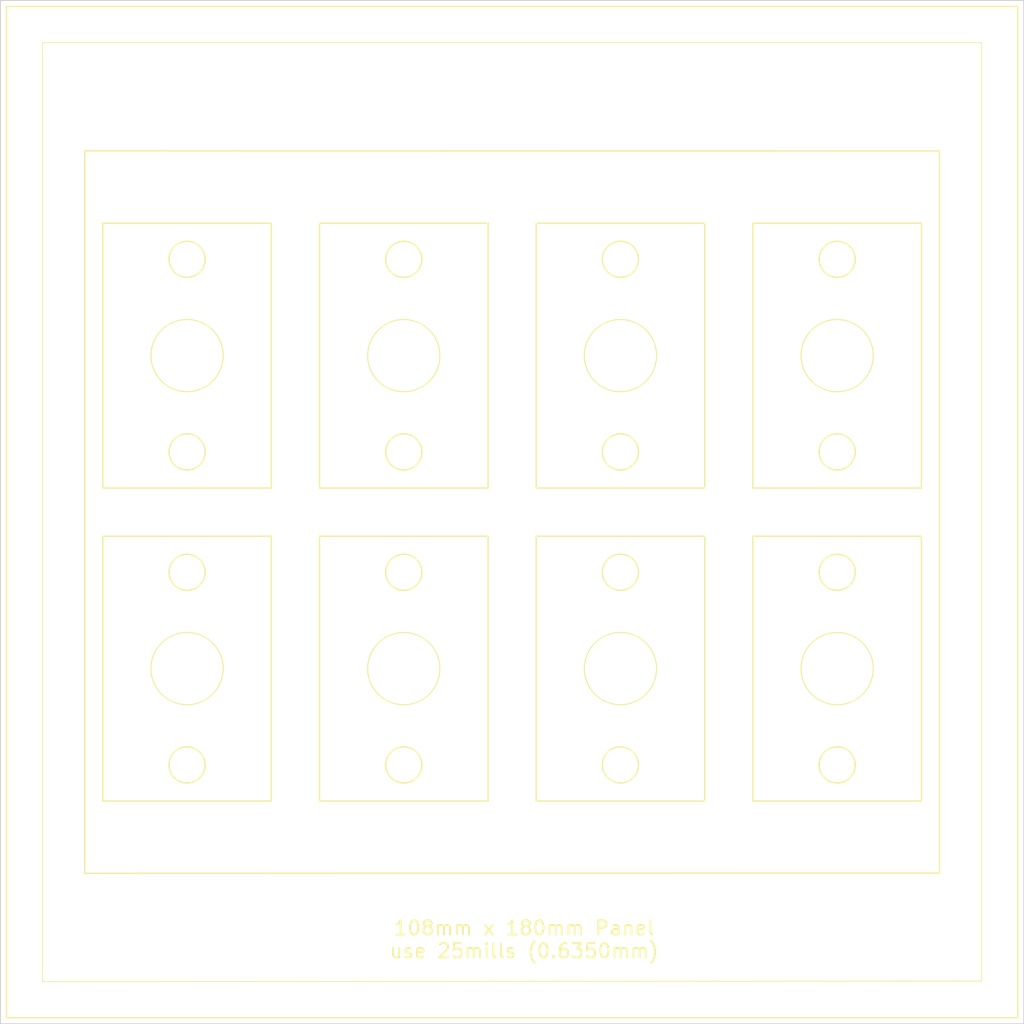
<source format=kicad_pcb>
(kicad_pcb (version 20171130) (host pcbnew "(5.1.10)-1")

  (general
    (thickness 1.6)
    (drawings 92)
    (tracks 0)
    (zones 0)
    (modules 32)
    (nets 1)
  )

  (page A4)
  (layers
    (0 F.Cu signal)
    (31 B.Cu signal)
    (32 B.Adhes user)
    (33 F.Adhes user)
    (34 B.Paste user)
    (35 F.Paste user)
    (36 B.SilkS user)
    (37 F.SilkS user)
    (38 B.Mask user)
    (39 F.Mask user)
    (40 Dwgs.User user hide)
    (41 Cmts.User user)
    (42 Eco1.User user)
    (43 Eco2.User user)
    (44 Edge.Cuts user)
    (45 Margin user)
    (46 B.CrtYd user)
    (47 F.CrtYd user)
    (48 B.Fab user)
    (49 F.Fab user)
  )

  (setup
    (last_trace_width 0.25)
    (trace_clearance 0.2)
    (zone_clearance 0.508)
    (zone_45_only no)
    (trace_min 0.2)
    (via_size 0.8)
    (via_drill 0.4)
    (via_min_size 0.4)
    (via_min_drill 0.3)
    (uvia_size 0.3)
    (uvia_drill 0.1)
    (uvias_allowed no)
    (uvia_min_size 0.2)
    (uvia_min_drill 0.1)
    (edge_width 0.1)
    (segment_width 0.2)
    (pcb_text_width 0.3)
    (pcb_text_size 1.5 1.5)
    (mod_edge_width 0.15)
    (mod_text_size 1 1)
    (mod_text_width 0.15)
    (pad_size 1.524 1.524)
    (pad_drill 0.762)
    (pad_to_mask_clearance 0)
    (aux_axis_origin 63.5 149.91)
    (grid_origin 63.5 149.91)
    (visible_elements 7FFFFFFF)
    (pcbplotparams
      (layerselection 0x010fc_ffffffff)
      (usegerberextensions false)
      (usegerberattributes true)
      (usegerberadvancedattributes true)
      (creategerberjobfile true)
      (excludeedgelayer true)
      (linewidth 0.100000)
      (plotframeref false)
      (viasonmask false)
      (mode 1)
      (useauxorigin false)
      (hpglpennumber 1)
      (hpglpenspeed 20)
      (hpglpendiameter 15.000000)
      (psnegative false)
      (psa4output false)
      (plotreference true)
      (plotvalue true)
      (plotinvisibletext false)
      (padsonsilk false)
      (subtractmaskfromsilk false)
      (outputformat 1)
      (mirror false)
      (drillshape 0)
      (scaleselection 1)
      (outputdirectory "gerberpannel-v2-sub/"))
  )

  (net 0 "")

  (net_class Default "This is the default net class."
    (clearance 0.2)
    (trace_width 0.25)
    (via_dia 0.8)
    (via_drill 0.4)
    (uvia_dia 0.3)
    (uvia_drill 0.1)
  )

  (module Mounting_Holes:MountingHole_3.2mm_M3 (layer F.Cu) (tedit 56D1B4CB) (tstamp 61866CA6)
    (at 128.905 122.605)
    (descr "Mounting Hole 3.2mm, no annular, M3")
    (tags "mounting hole 3.2mm no annular m3")
    (attr virtual)
    (fp_text reference REF** (at 0 -4.2) (layer F.SilkS) hide
      (effects (font (size 1 1) (thickness 0.15)))
    )
    (fp_text value MountingHole_3.2mm_M3 (at 0 4.2) (layer F.Fab)
      (effects (font (size 1 1) (thickness 0.15)))
    )
    (fp_circle (center 0 0) (end 3.45 0) (layer F.CrtYd) (width 0.05))
    (fp_circle (center 0 0) (end 3.2 0) (layer Cmts.User) (width 0.15))
    (fp_text user %R (at 0.3 0) (layer F.Fab)
      (effects (font (size 1 1) (thickness 0.15)))
    )
    (pad 1 np_thru_hole circle (at 0 0) (size 3.2 3.2) (drill 3.2) (layers *.Cu *.Mask))
  )

  (module Mounting_Holes:MountingHole_3.2mm_M3 (layer F.Cu) (tedit 56D1B4CB) (tstamp 61866C9F)
    (at 128.905 102.285)
    (descr "Mounting Hole 3.2mm, no annular, M3")
    (tags "mounting hole 3.2mm no annular m3")
    (attr virtual)
    (fp_text reference REF** (at 0 -4.2) (layer F.SilkS) hide
      (effects (font (size 1 1) (thickness 0.15)))
    )
    (fp_text value MountingHole_3.2mm_M3 (at 0 4.2) (layer F.Fab)
      (effects (font (size 1 1) (thickness 0.15)))
    )
    (fp_circle (center 0 0) (end 3.2 0) (layer Cmts.User) (width 0.15))
    (fp_circle (center 0 0) (end 3.45 0) (layer F.CrtYd) (width 0.05))
    (fp_text user %R (at 0.3 0) (layer F.Fab)
      (effects (font (size 1 1) (thickness 0.15)))
    )
    (pad 1 np_thru_hole circle (at 0 0) (size 3.2 3.2) (drill 3.2) (layers *.Cu *.Mask))
  )

  (module Sebs:6.35mm (layer F.Cu) (tedit 6135EBD8) (tstamp 61866C9A)
    (at 128.905 112.445)
    (fp_text reference REF** (at 0 -6.8) (layer F.SilkS) hide
      (effects (font (size 1 1) (thickness 0.15)))
    )
    (fp_text value 6.35mm (at 0 -5.4) (layer F.Fab)
      (effects (font (size 1 1) (thickness 0.15)))
    )
    (fp_circle (center 0 0) (end 3.81 0) (layer F.SilkS) (width 0.12))
    (pad "" np_thru_hole circle (at 0 0) (size 6.35 6.35) (drill 6.35) (layers *.Cu *.Mask))
  )

  (module Mounting_Holes:MountingHole_3.2mm_M3 (layer F.Cu) (tedit 56D1B4CB) (tstamp 61866CA6)
    (at 106.045 122.605)
    (descr "Mounting Hole 3.2mm, no annular, M3")
    (tags "mounting hole 3.2mm no annular m3")
    (attr virtual)
    (fp_text reference REF** (at 0 -4.2) (layer F.SilkS) hide
      (effects (font (size 1 1) (thickness 0.15)))
    )
    (fp_text value MountingHole_3.2mm_M3 (at 0 4.2) (layer F.Fab)
      (effects (font (size 1 1) (thickness 0.15)))
    )
    (fp_circle (center 0 0) (end 3.45 0) (layer F.CrtYd) (width 0.05))
    (fp_circle (center 0 0) (end 3.2 0) (layer Cmts.User) (width 0.15))
    (fp_text user %R (at 0.3 0) (layer F.Fab)
      (effects (font (size 1 1) (thickness 0.15)))
    )
    (pad 1 np_thru_hole circle (at 0 0) (size 3.2 3.2) (drill 3.2) (layers *.Cu *.Mask))
  )

  (module Mounting_Holes:MountingHole_3.2mm_M3 (layer F.Cu) (tedit 56D1B4CB) (tstamp 61866C9F)
    (at 106.045 102.285)
    (descr "Mounting Hole 3.2mm, no annular, M3")
    (tags "mounting hole 3.2mm no annular m3")
    (attr virtual)
    (fp_text reference REF** (at 0 -4.2) (layer F.SilkS) hide
      (effects (font (size 1 1) (thickness 0.15)))
    )
    (fp_text value MountingHole_3.2mm_M3 (at 0 4.2) (layer F.Fab)
      (effects (font (size 1 1) (thickness 0.15)))
    )
    (fp_circle (center 0 0) (end 3.2 0) (layer Cmts.User) (width 0.15))
    (fp_circle (center 0 0) (end 3.45 0) (layer F.CrtYd) (width 0.05))
    (fp_text user %R (at 0.3 0) (layer F.Fab)
      (effects (font (size 1 1) (thickness 0.15)))
    )
    (pad 1 np_thru_hole circle (at 0 0) (size 3.2 3.2) (drill 3.2) (layers *.Cu *.Mask))
  )

  (module Sebs:6.35mm (layer F.Cu) (tedit 6135EBD8) (tstamp 61866C9A)
    (at 106.045 112.445)
    (fp_text reference REF** (at 0 -6.8) (layer F.SilkS) hide
      (effects (font (size 1 1) (thickness 0.15)))
    )
    (fp_text value 6.35mm (at 0 -5.4) (layer F.Fab)
      (effects (font (size 1 1) (thickness 0.15)))
    )
    (fp_circle (center 0 0) (end 3.81 0) (layer F.SilkS) (width 0.12))
    (pad "" np_thru_hole circle (at 0 0) (size 6.35 6.35) (drill 6.35) (layers *.Cu *.Mask))
  )

  (module Mounting_Holes:MountingHole_3.2mm_M3 (layer F.Cu) (tedit 56D1B4CB) (tstamp 61866CA6)
    (at 128.905 89.585)
    (descr "Mounting Hole 3.2mm, no annular, M3")
    (tags "mounting hole 3.2mm no annular m3")
    (attr virtual)
    (fp_text reference REF** (at 0 -4.2) (layer F.SilkS) hide
      (effects (font (size 1 1) (thickness 0.15)))
    )
    (fp_text value MountingHole_3.2mm_M3 (at 0 4.2) (layer F.Fab)
      (effects (font (size 1 1) (thickness 0.15)))
    )
    (fp_circle (center 0 0) (end 3.45 0) (layer F.CrtYd) (width 0.05))
    (fp_circle (center 0 0) (end 3.2 0) (layer Cmts.User) (width 0.15))
    (fp_text user %R (at 0.3 0) (layer F.Fab)
      (effects (font (size 1 1) (thickness 0.15)))
    )
    (pad 1 np_thru_hole circle (at 0 0) (size 3.2 3.2) (drill 3.2) (layers *.Cu *.Mask))
  )

  (module Mounting_Holes:MountingHole_3.2mm_M3 (layer F.Cu) (tedit 56D1B4CB) (tstamp 61866C9F)
    (at 128.905 69.265)
    (descr "Mounting Hole 3.2mm, no annular, M3")
    (tags "mounting hole 3.2mm no annular m3")
    (attr virtual)
    (fp_text reference REF** (at 0 -4.2) (layer F.SilkS) hide
      (effects (font (size 1 1) (thickness 0.15)))
    )
    (fp_text value MountingHole_3.2mm_M3 (at 0 4.2) (layer F.Fab)
      (effects (font (size 1 1) (thickness 0.15)))
    )
    (fp_circle (center 0 0) (end 3.2 0) (layer Cmts.User) (width 0.15))
    (fp_circle (center 0 0) (end 3.45 0) (layer F.CrtYd) (width 0.05))
    (fp_text user %R (at 0.3 0) (layer F.Fab)
      (effects (font (size 1 1) (thickness 0.15)))
    )
    (pad 1 np_thru_hole circle (at 0 0) (size 3.2 3.2) (drill 3.2) (layers *.Cu *.Mask))
  )

  (module Sebs:6.35mm (layer F.Cu) (tedit 6135EBD8) (tstamp 61866C9A)
    (at 128.905 79.425)
    (fp_text reference REF** (at 0 -6.8) (layer F.SilkS) hide
      (effects (font (size 1 1) (thickness 0.15)))
    )
    (fp_text value 6.35mm (at 0 -5.4) (layer F.Fab)
      (effects (font (size 1 1) (thickness 0.15)))
    )
    (fp_circle (center 0 0) (end 3.81 0) (layer F.SilkS) (width 0.12))
    (pad "" np_thru_hole circle (at 0 0) (size 6.35 6.35) (drill 6.35) (layers *.Cu *.Mask))
  )

  (module Mounting_Holes:MountingHole_3.2mm_M3 (layer F.Cu) (tedit 56D1B4CB) (tstamp 61866CA6)
    (at 106.045 89.585)
    (descr "Mounting Hole 3.2mm, no annular, M3")
    (tags "mounting hole 3.2mm no annular m3")
    (attr virtual)
    (fp_text reference REF** (at 0 -4.2) (layer F.SilkS) hide
      (effects (font (size 1 1) (thickness 0.15)))
    )
    (fp_text value MountingHole_3.2mm_M3 (at 0 4.2) (layer F.Fab)
      (effects (font (size 1 1) (thickness 0.15)))
    )
    (fp_circle (center 0 0) (end 3.45 0) (layer F.CrtYd) (width 0.05))
    (fp_circle (center 0 0) (end 3.2 0) (layer Cmts.User) (width 0.15))
    (fp_text user %R (at 0.3 0) (layer F.Fab)
      (effects (font (size 1 1) (thickness 0.15)))
    )
    (pad 1 np_thru_hole circle (at 0 0) (size 3.2 3.2) (drill 3.2) (layers *.Cu *.Mask))
  )

  (module Mounting_Holes:MountingHole_3.2mm_M3 (layer F.Cu) (tedit 56D1B4CB) (tstamp 61866C9F)
    (at 106.045 69.265)
    (descr "Mounting Hole 3.2mm, no annular, M3")
    (tags "mounting hole 3.2mm no annular m3")
    (attr virtual)
    (fp_text reference REF** (at 0 -4.2) (layer F.SilkS) hide
      (effects (font (size 1 1) (thickness 0.15)))
    )
    (fp_text value MountingHole_3.2mm_M3 (at 0 4.2) (layer F.Fab)
      (effects (font (size 1 1) (thickness 0.15)))
    )
    (fp_circle (center 0 0) (end 3.2 0) (layer Cmts.User) (width 0.15))
    (fp_circle (center 0 0) (end 3.45 0) (layer F.CrtYd) (width 0.05))
    (fp_text user %R (at 0.3 0) (layer F.Fab)
      (effects (font (size 1 1) (thickness 0.15)))
    )
    (pad 1 np_thru_hole circle (at 0 0) (size 3.2 3.2) (drill 3.2) (layers *.Cu *.Mask))
  )

  (module Sebs:6.35mm (layer F.Cu) (tedit 6135EBD8) (tstamp 61866C9A)
    (at 106.045 79.425)
    (fp_text reference REF** (at 0 -6.8) (layer F.SilkS) hide
      (effects (font (size 1 1) (thickness 0.15)))
    )
    (fp_text value 6.35mm (at 0 -5.4) (layer F.Fab)
      (effects (font (size 1 1) (thickness 0.15)))
    )
    (fp_circle (center 0 0) (end 3.81 0) (layer F.SilkS) (width 0.12))
    (pad "" np_thru_hole circle (at 0 0) (size 6.35 6.35) (drill 6.35) (layers *.Cu *.Mask))
  )

  (module Mounting_Holes:MountingHole_3.2mm_M3 (layer F.Cu) (tedit 56D1B4CB) (tstamp 61866CA6)
    (at 151.765 89.585)
    (descr "Mounting Hole 3.2mm, no annular, M3")
    (tags "mounting hole 3.2mm no annular m3")
    (attr virtual)
    (fp_text reference REF** (at 0 -4.2) (layer F.SilkS) hide
      (effects (font (size 1 1) (thickness 0.15)))
    )
    (fp_text value MountingHole_3.2mm_M3 (at 0 4.2) (layer F.Fab)
      (effects (font (size 1 1) (thickness 0.15)))
    )
    (fp_circle (center 0 0) (end 3.45 0) (layer F.CrtYd) (width 0.05))
    (fp_circle (center 0 0) (end 3.2 0) (layer Cmts.User) (width 0.15))
    (fp_text user %R (at 0.3 0) (layer F.Fab)
      (effects (font (size 1 1) (thickness 0.15)))
    )
    (pad 1 np_thru_hole circle (at 0 0) (size 3.2 3.2) (drill 3.2) (layers *.Cu *.Mask))
  )

  (module Mounting_Holes:MountingHole_3.2mm_M3 (layer F.Cu) (tedit 56D1B4CB) (tstamp 61866C9F)
    (at 151.765 69.265)
    (descr "Mounting Hole 3.2mm, no annular, M3")
    (tags "mounting hole 3.2mm no annular m3")
    (attr virtual)
    (fp_text reference REF** (at 0 -4.2) (layer F.SilkS) hide
      (effects (font (size 1 1) (thickness 0.15)))
    )
    (fp_text value MountingHole_3.2mm_M3 (at 0 4.2) (layer F.Fab)
      (effects (font (size 1 1) (thickness 0.15)))
    )
    (fp_circle (center 0 0) (end 3.2 0) (layer Cmts.User) (width 0.15))
    (fp_circle (center 0 0) (end 3.45 0) (layer F.CrtYd) (width 0.05))
    (fp_text user %R (at 0.3 0) (layer F.Fab)
      (effects (font (size 1 1) (thickness 0.15)))
    )
    (pad 1 np_thru_hole circle (at 0 0) (size 3.2 3.2) (drill 3.2) (layers *.Cu *.Mask))
  )

  (module Sebs:6.35mm (layer F.Cu) (tedit 6135EBD8) (tstamp 61866C9A)
    (at 151.765 79.425)
    (fp_text reference REF** (at 0 -6.8) (layer F.SilkS) hide
      (effects (font (size 1 1) (thickness 0.15)))
    )
    (fp_text value 6.35mm (at 0 -5.4) (layer F.Fab)
      (effects (font (size 1 1) (thickness 0.15)))
    )
    (fp_circle (center 0 0) (end 3.81 0) (layer F.SilkS) (width 0.12))
    (pad "" np_thru_hole circle (at 0 0) (size 6.35 6.35) (drill 6.35) (layers *.Cu *.Mask))
  )

  (module Mounting_Holes:MountingHole_3.2mm_M3 (layer F.Cu) (tedit 56D1B4CB) (tstamp 61866CA6)
    (at 151.765 122.605)
    (descr "Mounting Hole 3.2mm, no annular, M3")
    (tags "mounting hole 3.2mm no annular m3")
    (attr virtual)
    (fp_text reference REF** (at 0 -4.2) (layer F.SilkS) hide
      (effects (font (size 1 1) (thickness 0.15)))
    )
    (fp_text value MountingHole_3.2mm_M3 (at 0 4.2) (layer F.Fab)
      (effects (font (size 1 1) (thickness 0.15)))
    )
    (fp_circle (center 0 0) (end 3.45 0) (layer F.CrtYd) (width 0.05))
    (fp_circle (center 0 0) (end 3.2 0) (layer Cmts.User) (width 0.15))
    (fp_text user %R (at 0.3 0) (layer F.Fab)
      (effects (font (size 1 1) (thickness 0.15)))
    )
    (pad 1 np_thru_hole circle (at 0 0) (size 3.2 3.2) (drill 3.2) (layers *.Cu *.Mask))
  )

  (module Mounting_Holes:MountingHole_3.2mm_M3 (layer F.Cu) (tedit 56D1B4CB) (tstamp 61866C9F)
    (at 151.765 102.285)
    (descr "Mounting Hole 3.2mm, no annular, M3")
    (tags "mounting hole 3.2mm no annular m3")
    (attr virtual)
    (fp_text reference REF** (at 0 -4.2) (layer F.SilkS) hide
      (effects (font (size 1 1) (thickness 0.15)))
    )
    (fp_text value MountingHole_3.2mm_M3 (at 0 4.2) (layer F.Fab)
      (effects (font (size 1 1) (thickness 0.15)))
    )
    (fp_circle (center 0 0) (end 3.2 0) (layer Cmts.User) (width 0.15))
    (fp_circle (center 0 0) (end 3.45 0) (layer F.CrtYd) (width 0.05))
    (fp_text user %R (at 0.3 0) (layer F.Fab)
      (effects (font (size 1 1) (thickness 0.15)))
    )
    (pad 1 np_thru_hole circle (at 0 0) (size 3.2 3.2) (drill 3.2) (layers *.Cu *.Mask))
  )

  (module Sebs:6.35mm (layer F.Cu) (tedit 6135EBD8) (tstamp 61866C9A)
    (at 151.765 112.445)
    (fp_text reference REF** (at 0 -6.8) (layer F.SilkS) hide
      (effects (font (size 1 1) (thickness 0.15)))
    )
    (fp_text value 6.35mm (at 0 -5.4) (layer F.Fab)
      (effects (font (size 1 1) (thickness 0.15)))
    )
    (fp_circle (center 0 0) (end 3.81 0) (layer F.SilkS) (width 0.12))
    (pad "" np_thru_hole circle (at 0 0) (size 6.35 6.35) (drill 6.35) (layers *.Cu *.Mask))
  )

  (module Mounting_Holes:MountingHole_3.2mm_M3 (layer F.Cu) (tedit 56D1B4CB) (tstamp 61866CA6)
    (at 83.185 122.605)
    (descr "Mounting Hole 3.2mm, no annular, M3")
    (tags "mounting hole 3.2mm no annular m3")
    (attr virtual)
    (fp_text reference REF** (at 0 -4.2) (layer F.SilkS) hide
      (effects (font (size 1 1) (thickness 0.15)))
    )
    (fp_text value MountingHole_3.2mm_M3 (at 0 4.2) (layer F.Fab)
      (effects (font (size 1 1) (thickness 0.15)))
    )
    (fp_circle (center 0 0) (end 3.45 0) (layer F.CrtYd) (width 0.05))
    (fp_circle (center 0 0) (end 3.2 0) (layer Cmts.User) (width 0.15))
    (fp_text user %R (at 0.3 0) (layer F.Fab)
      (effects (font (size 1 1) (thickness 0.15)))
    )
    (pad 1 np_thru_hole circle (at 0 0) (size 3.2 3.2) (drill 3.2) (layers *.Cu *.Mask))
  )

  (module Mounting_Holes:MountingHole_3.2mm_M3 (layer F.Cu) (tedit 56D1B4CB) (tstamp 61866C9F)
    (at 83.185 102.285)
    (descr "Mounting Hole 3.2mm, no annular, M3")
    (tags "mounting hole 3.2mm no annular m3")
    (attr virtual)
    (fp_text reference REF** (at 0 -4.2) (layer F.SilkS) hide
      (effects (font (size 1 1) (thickness 0.15)))
    )
    (fp_text value MountingHole_3.2mm_M3 (at 0 4.2) (layer F.Fab)
      (effects (font (size 1 1) (thickness 0.15)))
    )
    (fp_circle (center 0 0) (end 3.2 0) (layer Cmts.User) (width 0.15))
    (fp_circle (center 0 0) (end 3.45 0) (layer F.CrtYd) (width 0.05))
    (fp_text user %R (at 0.3 0) (layer F.Fab)
      (effects (font (size 1 1) (thickness 0.15)))
    )
    (pad 1 np_thru_hole circle (at 0 0) (size 3.2 3.2) (drill 3.2) (layers *.Cu *.Mask))
  )

  (module Sebs:6.35mm (layer F.Cu) (tedit 6135EBD8) (tstamp 61866C9A)
    (at 83.185 112.445)
    (fp_text reference REF** (at 0 -6.8) (layer F.SilkS) hide
      (effects (font (size 1 1) (thickness 0.15)))
    )
    (fp_text value 6.35mm (at 0 -5.4) (layer F.Fab)
      (effects (font (size 1 1) (thickness 0.15)))
    )
    (fp_circle (center 0 0) (end 3.81 0) (layer F.SilkS) (width 0.12))
    (pad "" np_thru_hole circle (at 0 0) (size 6.35 6.35) (drill 6.35) (layers *.Cu *.Mask))
  )

  (module Mounting_Holes:MountingHole_3.2mm_M3 (layer F.Cu) (tedit 56D1B4CB) (tstamp 61866CA6)
    (at 83.185 89.585)
    (descr "Mounting Hole 3.2mm, no annular, M3")
    (tags "mounting hole 3.2mm no annular m3")
    (attr virtual)
    (fp_text reference REF** (at 0 -4.2) (layer F.SilkS) hide
      (effects (font (size 1 1) (thickness 0.15)))
    )
    (fp_text value MountingHole_3.2mm_M3 (at 0 4.2) (layer F.Fab)
      (effects (font (size 1 1) (thickness 0.15)))
    )
    (fp_circle (center 0 0) (end 3.45 0) (layer F.CrtYd) (width 0.05))
    (fp_circle (center 0 0) (end 3.2 0) (layer Cmts.User) (width 0.15))
    (fp_text user %R (at 0.3 0) (layer F.Fab)
      (effects (font (size 1 1) (thickness 0.15)))
    )
    (pad 1 np_thru_hole circle (at 0 0) (size 3.2 3.2) (drill 3.2) (layers *.Cu *.Mask))
  )

  (module Mounting_Holes:MountingHole_3.2mm_M3 (layer F.Cu) (tedit 56D1B4CB) (tstamp 61866C9F)
    (at 83.185 69.265)
    (descr "Mounting Hole 3.2mm, no annular, M3")
    (tags "mounting hole 3.2mm no annular m3")
    (attr virtual)
    (fp_text reference REF** (at 0 -4.2) (layer F.SilkS) hide
      (effects (font (size 1 1) (thickness 0.15)))
    )
    (fp_text value MountingHole_3.2mm_M3 (at 0 4.2) (layer F.Fab)
      (effects (font (size 1 1) (thickness 0.15)))
    )
    (fp_circle (center 0 0) (end 3.2 0) (layer Cmts.User) (width 0.15))
    (fp_circle (center 0 0) (end 3.45 0) (layer F.CrtYd) (width 0.05))
    (fp_text user %R (at 0.3 0) (layer F.Fab)
      (effects (font (size 1 1) (thickness 0.15)))
    )
    (pad 1 np_thru_hole circle (at 0 0) (size 3.2 3.2) (drill 3.2) (layers *.Cu *.Mask))
  )

  (module Sebs:6.35mm (layer F.Cu) (tedit 6135EBD8) (tstamp 61866C9A)
    (at 83.185 79.425)
    (fp_text reference REF** (at 0 -6.8) (layer F.SilkS) hide
      (effects (font (size 1 1) (thickness 0.15)))
    )
    (fp_text value 6.35mm (at 0 -5.4) (layer F.Fab)
      (effects (font (size 1 1) (thickness 0.15)))
    )
    (fp_circle (center 0 0) (end 3.81 0) (layer F.SilkS) (width 0.12))
    (pad "" np_thru_hole circle (at 0 0) (size 6.35 6.35) (drill 6.35) (layers *.Cu *.Mask))
  )

  (module Mounting_Holes:MountingHole_4mm locked (layer F.Cu) (tedit 56D1B4CB) (tstamp 6135E590)
    (at 161.925 140.385)
    (descr "Mounting Hole 4mm, no annular")
    (tags "mounting hole 4mm no annular")
    (attr virtual)
    (fp_text reference REF** (at 0 -4.2) (layer F.SilkS) hide
      (effects (font (size 1 1) (thickness 0.15)))
    )
    (fp_text value MountingHole_4mm (at 0 4.2) (layer F.Fab)
      (effects (font (size 1 1) (thickness 0.15)))
    )
    (fp_circle (center 0 0) (end 4.25 0) (layer F.CrtYd) (width 0.05))
    (fp_circle (center 0 0) (end 4 0) (layer Cmts.User) (width 0.15))
    (fp_text user %R (at 0.3 0) (layer F.Fab)
      (effects (font (size 1 1) (thickness 0.15)))
    )
    (pad 1 np_thru_hole circle (at 0 0) (size 4 4) (drill 4) (layers *.Cu *.Mask))
  )

  (module Mounting_Holes:MountingHole_4mm locked (layer F.Cu) (tedit 56D1B4CB) (tstamp 6135E582)
    (at 73.025 140.385)
    (descr "Mounting Hole 4mm, no annular")
    (tags "mounting hole 4mm no annular")
    (attr virtual)
    (fp_text reference REF** (at 0 -4.2) (layer F.SilkS) hide
      (effects (font (size 1 1) (thickness 0.15)))
    )
    (fp_text value MountingHole_4mm (at 0 4.2) (layer F.Fab)
      (effects (font (size 1 1) (thickness 0.15)))
    )
    (fp_circle (center 0 0) (end 4.25 0) (layer F.CrtYd) (width 0.05))
    (fp_circle (center 0 0) (end 4 0) (layer Cmts.User) (width 0.15))
    (fp_text user %R (at 0.3 0) (layer F.Fab)
      (effects (font (size 1 1) (thickness 0.15)))
    )
    (pad 1 np_thru_hole circle (at 0 0) (size 4 4) (drill 4) (layers *.Cu *.Mask))
  )

  (module Mounting_Holes:MountingHole_4mm locked (layer F.Cu) (tedit 56D1B4CB) (tstamp 6135E59E)
    (at 161.925 51.485)
    (descr "Mounting Hole 4mm, no annular")
    (tags "mounting hole 4mm no annular")
    (attr virtual)
    (fp_text reference REF** (at 0 -4.2) (layer F.SilkS) hide
      (effects (font (size 1 1) (thickness 0.15)))
    )
    (fp_text value MountingHole_4mm (at 0 4.2) (layer F.Fab)
      (effects (font (size 1 1) (thickness 0.15)))
    )
    (fp_circle (center 0 0) (end 4.25 0) (layer F.CrtYd) (width 0.05))
    (fp_circle (center 0 0) (end 4 0) (layer Cmts.User) (width 0.15))
    (fp_text user %R (at 0.3 0) (layer F.Fab)
      (effects (font (size 1 1) (thickness 0.15)))
    )
    (pad 1 np_thru_hole circle (at 0 0) (size 4 4) (drill 4) (layers *.Cu *.Mask))
  )

  (module Mounting_Holes:MountingHole_4mm locked (layer F.Cu) (tedit 56D1B4CB) (tstamp 6135E574)
    (at 73.03 51.485)
    (descr "Mounting Hole 4mm, no annular")
    (tags "mounting hole 4mm no annular")
    (attr virtual)
    (fp_text reference REF** (at 0 -4.2) (layer F.SilkS) hide
      (effects (font (size 1 1) (thickness 0.15)))
    )
    (fp_text value MountingHole_4mm (at 0 4.2) (layer F.Fab)
      (effects (font (size 1 1) (thickness 0.15)))
    )
    (fp_circle (center 0 0) (end 4.25 0) (layer F.CrtYd) (width 0.05))
    (fp_circle (center 0 0) (end 4 0) (layer Cmts.User) (width 0.15))
    (fp_text user %R (at 0.3 0) (layer F.Fab)
      (effects (font (size 1 1) (thickness 0.15)))
    )
    (pad 1 np_thru_hole circle (at 0 0) (size 4 4) (drill 4) (layers *.Cu *.Mask))
  )

  (module Mounting_Holes:MountingHole_3.2mm_M3 locked (layer F.Cu) (tedit 56D1B4CB) (tstamp 6171189A)
    (at 158.75 130.225)
    (descr "Mounting Hole 3.2mm, no annular, M3")
    (tags "mounting hole 3.2mm no annular m3")
    (attr virtual)
    (fp_text reference REF** (at 0 -4.2) (layer F.SilkS) hide
      (effects (font (size 1 1) (thickness 0.15)))
    )
    (fp_text value MountingHole_3.2mm_M3 (at 0 4.2) (layer F.Fab)
      (effects (font (size 1 1) (thickness 0.15)))
    )
    (fp_circle (center 0 0) (end 3.45 0) (layer F.CrtYd) (width 0.05))
    (fp_circle (center 0 0) (end 3.2 0) (layer Cmts.User) (width 0.15))
    (fp_text user %R (at 0.3 0) (layer F.Fab)
      (effects (font (size 1 1) (thickness 0.15)))
    )
    (pad 1 np_thru_hole circle (at 0 0) (size 3.2 3.2) (drill 3.2) (layers *.Cu *.Mask))
  )

  (module Mounting_Holes:MountingHole_3.2mm_M3 locked (layer F.Cu) (tedit 56D1B4CB) (tstamp 6171188C)
    (at 158.75 61.63)
    (descr "Mounting Hole 3.2mm, no annular, M3")
    (tags "mounting hole 3.2mm no annular m3")
    (attr virtual)
    (fp_text reference REF** (at 0 -4.2) (layer F.SilkS) hide
      (effects (font (size 1 1) (thickness 0.15)))
    )
    (fp_text value MountingHole_3.2mm_M3 (at 0 4.2) (layer F.Fab)
      (effects (font (size 1 1) (thickness 0.15)))
    )
    (fp_circle (center 0 0) (end 3.2 0) (layer Cmts.User) (width 0.15))
    (fp_circle (center 0 0) (end 3.45 0) (layer F.CrtYd) (width 0.05))
    (fp_text user %R (at 0.3 0) (layer F.Fab)
      (effects (font (size 1 1) (thickness 0.15)))
    )
    (pad 1 np_thru_hole circle (at 0 0) (size 3.2 3.2) (drill 3.2) (layers *.Cu *.Mask))
  )

  (module Mounting_Holes:MountingHole_3.2mm_M3 locked (layer F.Cu) (tedit 56D1B4CB) (tstamp 6171187E)
    (at 76.2 130.225)
    (descr "Mounting Hole 3.2mm, no annular, M3")
    (tags "mounting hole 3.2mm no annular m3")
    (attr virtual)
    (fp_text reference REF** (at 0 -4.2) (layer F.SilkS) hide
      (effects (font (size 1 1) (thickness 0.15)))
    )
    (fp_text value MountingHole_3.2mm_M3 (at 0 4.2) (layer F.Fab)
      (effects (font (size 1 1) (thickness 0.15)))
    )
    (fp_circle (center 0 0) (end 3.45 0) (layer F.CrtYd) (width 0.05))
    (fp_circle (center 0 0) (end 3.2 0) (layer Cmts.User) (width 0.15))
    (fp_text user %R (at 0.3 0) (layer F.Fab)
      (effects (font (size 1 1) (thickness 0.15)))
    )
    (pad 1 np_thru_hole circle (at 0 0) (size 3.2 3.2) (drill 3.2) (layers *.Cu *.Mask))
  )

  (module Mounting_Holes:MountingHole_3.2mm_M3 locked (layer F.Cu) (tedit 56D1B4CB) (tstamp 61711870)
    (at 76.2 61.645)
    (descr "Mounting Hole 3.2mm, no annular, M3")
    (tags "mounting hole 3.2mm no annular m3")
    (attr virtual)
    (fp_text reference REF** (at 0 -4.2) (layer F.SilkS) hide
      (effects (font (size 1 1) (thickness 0.15)))
    )
    (fp_text value MountingHole_3.2mm_M3 (at 3.81 4.2) (layer F.Fab)
      (effects (font (size 1 1) (thickness 0.15)))
    )
    (fp_circle (center 0 0) (end 3.2 0) (layer Cmts.User) (width 0.15))
    (fp_circle (center 0 0) (end 3.45 0) (layer F.CrtYd) (width 0.05))
    (fp_text user %R (at 0.3 0) (layer F.Fab)
      (effects (font (size 1 1) (thickness 0.15)))
    )
    (pad 1 np_thru_hole circle (at 0 0) (size 3.2 3.2) (drill 3.2) (layers *.Cu *.Mask))
  )

  (gr_line (start 173.355 149.91) (end 171.45 151.815) (layer Dwgs.User) (width 0.15) (tstamp 618670E4))
  (gr_line (start 172.085 149.91) (end 173.355 149.91) (layer Dwgs.User) (width 0.15))
  (gr_line (start 171.45 151.18) (end 161.925 151.18) (layer Dwgs.User) (width 0.15))
  (gr_line (start 171.45 150.545) (end 171.45 151.815) (layer Dwgs.User) (width 0.15))
  (gr_line (start 172.72 140.385) (end 172.72 149.91) (layer Dwgs.User) (width 0.15))
  (gr_line (start 120.015 98.475) (end 137.795 98.475) (layer F.SilkS) (width 0.15) (tstamp 61866C99))
  (gr_line (start 137.795 98.475) (end 137.795 126.415) (layer F.SilkS) (width 0.15) (tstamp 61866C98))
  (gr_line (start 120.015 126.415) (end 120.015 98.475) (layer F.SilkS) (width 0.15) (tstamp 61866C97))
  (gr_circle (center 128.905 122.605) (end 130.81 122.605) (layer F.SilkS) (width 0.15) (tstamp 61866C96))
  (gr_circle (center 128.905 102.285) (end 130.81 102.285) (layer F.SilkS) (width 0.15) (tstamp 61866C95))
  (gr_line (start 137.795 126.415) (end 120.015 126.415) (layer F.SilkS) (width 0.15) (tstamp 61866C94))
  (gr_line (start 97.155 98.475) (end 114.935 98.475) (layer F.SilkS) (width 0.15) (tstamp 61866C99))
  (gr_line (start 114.935 98.475) (end 114.935 126.415) (layer F.SilkS) (width 0.15) (tstamp 61866C98))
  (gr_line (start 97.155 126.415) (end 97.155 98.475) (layer F.SilkS) (width 0.15) (tstamp 61866C97))
  (gr_circle (center 106.045 122.605) (end 107.95 122.605) (layer F.SilkS) (width 0.15) (tstamp 61866C96))
  (gr_circle (center 106.045 102.285) (end 107.95 102.285) (layer F.SilkS) (width 0.15) (tstamp 61866C95))
  (gr_line (start 114.935 126.415) (end 97.155 126.415) (layer F.SilkS) (width 0.15) (tstamp 61866C94))
  (gr_line (start 120.015 65.455) (end 137.795 65.455) (layer F.SilkS) (width 0.15) (tstamp 61866C99))
  (gr_line (start 137.795 65.455) (end 137.795 93.395) (layer F.SilkS) (width 0.15) (tstamp 61866C98))
  (gr_line (start 120.015 93.395) (end 120.015 65.455) (layer F.SilkS) (width 0.15) (tstamp 61866C97))
  (gr_circle (center 128.905 89.585) (end 130.81 89.585) (layer F.SilkS) (width 0.15) (tstamp 61866C96))
  (gr_circle (center 128.905 69.265) (end 130.81 69.265) (layer F.SilkS) (width 0.15) (tstamp 61866C95))
  (gr_line (start 137.795 93.395) (end 120.015 93.395) (layer F.SilkS) (width 0.15) (tstamp 61866C94))
  (gr_line (start 97.155 65.455) (end 114.935 65.455) (layer F.SilkS) (width 0.15) (tstamp 61866C99))
  (gr_line (start 114.935 65.455) (end 114.935 93.395) (layer F.SilkS) (width 0.15) (tstamp 61866C98))
  (gr_line (start 97.155 93.395) (end 97.155 65.455) (layer F.SilkS) (width 0.15) (tstamp 61866C97))
  (gr_circle (center 106.045 89.585) (end 107.95 89.585) (layer F.SilkS) (width 0.15) (tstamp 61866C96))
  (gr_circle (center 106.045 69.265) (end 107.95 69.265) (layer F.SilkS) (width 0.15) (tstamp 61866C95))
  (gr_line (start 114.935 93.395) (end 97.155 93.395) (layer F.SilkS) (width 0.15) (tstamp 61866C94))
  (gr_line (start 142.875 65.455) (end 160.655 65.455) (layer F.SilkS) (width 0.15) (tstamp 61866C99))
  (gr_line (start 160.655 65.455) (end 160.655 93.395) (layer F.SilkS) (width 0.15) (tstamp 61866C98))
  (gr_line (start 142.875 93.395) (end 142.875 65.455) (layer F.SilkS) (width 0.15) (tstamp 61866C97))
  (gr_circle (center 151.765 89.585) (end 153.67 89.585) (layer F.SilkS) (width 0.15) (tstamp 61866C96))
  (gr_circle (center 151.765 69.265) (end 153.67 69.265) (layer F.SilkS) (width 0.15) (tstamp 61866C95))
  (gr_line (start 160.655 93.395) (end 142.875 93.395) (layer F.SilkS) (width 0.15) (tstamp 61866C94))
  (gr_line (start 142.875 98.475) (end 160.655 98.475) (layer F.SilkS) (width 0.15) (tstamp 61866C99))
  (gr_line (start 160.655 98.475) (end 160.655 126.415) (layer F.SilkS) (width 0.15) (tstamp 61866C98))
  (gr_line (start 142.875 126.415) (end 142.875 98.475) (layer F.SilkS) (width 0.15) (tstamp 61866C97))
  (gr_circle (center 151.765 122.605) (end 153.67 122.605) (layer F.SilkS) (width 0.15) (tstamp 61866C96))
  (gr_circle (center 151.765 102.285) (end 153.67 102.285) (layer F.SilkS) (width 0.15) (tstamp 61866C95))
  (gr_line (start 160.655 126.415) (end 142.875 126.415) (layer F.SilkS) (width 0.15) (tstamp 61866C94))
  (gr_line (start 74.295 98.475) (end 92.075 98.475) (layer F.SilkS) (width 0.15) (tstamp 61866C99))
  (gr_line (start 92.075 98.475) (end 92.075 126.415) (layer F.SilkS) (width 0.15) (tstamp 61866C98))
  (gr_line (start 74.295 126.415) (end 74.295 98.475) (layer F.SilkS) (width 0.15) (tstamp 61866C97))
  (gr_circle (center 83.185 122.605) (end 85.09 122.605) (layer F.SilkS) (width 0.15) (tstamp 61866C96))
  (gr_circle (center 83.185 102.285) (end 85.09 102.285) (layer F.SilkS) (width 0.15) (tstamp 61866C95))
  (gr_line (start 92.075 126.415) (end 74.295 126.415) (layer F.SilkS) (width 0.15) (tstamp 61866C94))
  (gr_line (start 74.295 65.455) (end 92.075 65.455) (layer F.SilkS) (width 0.15) (tstamp 61866C99))
  (gr_line (start 92.075 65.455) (end 92.075 93.395) (layer F.SilkS) (width 0.15) (tstamp 61866C98))
  (gr_line (start 74.295 93.395) (end 74.295 65.455) (layer F.SilkS) (width 0.15) (tstamp 61866C97))
  (gr_circle (center 83.185 89.585) (end 85.09 89.585) (layer F.SilkS) (width 0.15) (tstamp 61866C96))
  (gr_circle (center 83.185 69.265) (end 85.09 69.265) (layer F.SilkS) (width 0.15) (tstamp 61866C95))
  (gr_line (start 92.075 93.395) (end 74.295 93.395) (layer F.SilkS) (width 0.15) (tstamp 61866C94))
  (gr_line (start 50.8 149.91) (end 50.8 95.935) (layer Dwgs.User) (width 0.15))
  (gr_line (start 62.23 98.475) (end 173.99 98.475) (layer Dwgs.User) (width 0.15))
  (gr_line (start 62.865 93.395) (end 173.355 93.395) (layer Dwgs.User) (width 0.15))
  (gr_line (start 160.655 35.61) (end 160.655 154.355) (layer Dwgs.User) (width 0.15))
  (gr_line (start 74.295 35.61) (end 74.295 156.26) (layer Dwgs.User) (width 0.15))
  (gr_line (start 160.655 35.61) (end 171.45 35.61) (layer Dwgs.User) (width 0.15) (tstamp 61865903))
  (gr_line (start 63.5 35.61) (end 74.295 35.61) (layer Dwgs.User) (width 0.15))
  (gr_line (start 57.15 149.91) (end 57.15 126.415) (layer Dwgs.User) (width 0.15))
  (gr_line (start 57.15 65.455) (end 57.15 41.96) (layer Dwgs.User) (width 0.15))
  (gr_line (start 62.23 95.935) (end 62.23 98.475) (layer Dwgs.User) (width 0.15))
  (gr_line (start 62.865 95.935) (end 62.865 93.395) (layer Dwgs.User) (width 0.15))
  (gr_line (start 62.865 51.485) (end 175.26 51.485) (layer Dwgs.User) (width 0.15))
  (gr_line (start 62.23 41.96) (end 62.23 51.485) (layer Dwgs.User) (width 0.15))
  (gr_line (start 161.925 150.11) (end 161.925 40.055) (layer Dwgs.User) (width 0.15))
  (gr_line (start 73.025 150.545) (end 73.03 41.325) (layer Dwgs.User) (width 0.15))
  (gr_line (start 63.5 151.18) (end 73.03 151.18) (layer Dwgs.User) (width 0.15))
  (gr_line (start 62.865 140.38) (end 172.085 140.38) (layer Dwgs.User) (width 0.15))
  (gr_line (start 62.23 149.91) (end 62.23 140.385) (layer Dwgs.User) (width 0.15))
  (gr_line (start 117.475 153.72) (end 117.475 35.61) (layer Dwgs.User) (width 0.15))
  (gr_line (start 50.8 95.935) (end 177.165 95.935) (layer Dwgs.User) (width 0.15))
  (gr_line (start 63.5 149.91) (end 171.45 41.96) (layer Dwgs.User) (width 0.15))
  (gr_line (start 63.5 41.96) (end 171.45 149.91) (layer Dwgs.User) (width 0.15))
  (gr_text "108mm x 180mm Panel\nuse 25mills (0.6350mm)" (at 118.745 141.02) (layer F.SilkS)
    (effects (font (size 1.5 1.5) (thickness 0.2)))
  )
  (gr_line (start 64.135 149.275) (end 64.135 42.595) (layer F.SilkS) (width 0.15) (tstamp 61862797))
  (gr_line (start 170.815 149.275) (end 64.135 149.275) (layer F.SilkS) (width 0.15))
  (gr_line (start 170.815 42.595) (end 170.815 149.275) (layer F.SilkS) (width 0.15))
  (gr_line (start 64.135 42.595) (end 170.815 42.595) (layer F.SilkS) (width 0.15))
  (gr_line (start 162.56 57.835) (end 72.39 57.82) (layer F.SilkS) (width 0.15) (tstamp 618626E6))
  (gr_line (start 162.56 134.02) (end 162.56 57.835) (layer F.SilkS) (width 0.15))
  (gr_line (start 72.39 134.035) (end 162.6 134.02) (layer F.SilkS) (width 0.15))
  (gr_line (start 72.39 57.835) (end 72.39 134.035) (layer F.SilkS) (width 0.15))
  (gr_line (start 63.5 149.91) (end 171.45 149.91) (layer Edge.Cuts) (width 0.1) (tstamp 616C0EE0))
  (gr_line (start 63.5 41.96) (end 171.45 41.96) (layer Edge.Cuts) (width 0.1) (tstamp 616C0E9A))
  (gr_line (start 171.45 41.96) (end 171.45 149.91) (layer Edge.Cuts) (width 0.1) (tstamp 616C0E98))
  (gr_line (start 63.5 41.96) (end 63.5 149.91) (layer Edge.Cuts) (width 0.1) (tstamp 616C0E96))
  (gr_line (start 167.005 46.405) (end 167.005 145.415) (layer F.SilkS) (width 0.1) (tstamp 6135E406))
  (gr_line (start 67.945 46.405) (end 67.945 145.465) (layer F.SilkS) (width 0.1) (tstamp 6135E3FF))
  (gr_line (start 67.945 145.465) (end 167.005 145.415) (layer F.SilkS) (width 0.1) (tstamp 6135E3F6))
  (gr_line (start 67.945 46.405) (end 167.005 46.405) (layer F.SilkS) (width 0.1))

)

</source>
